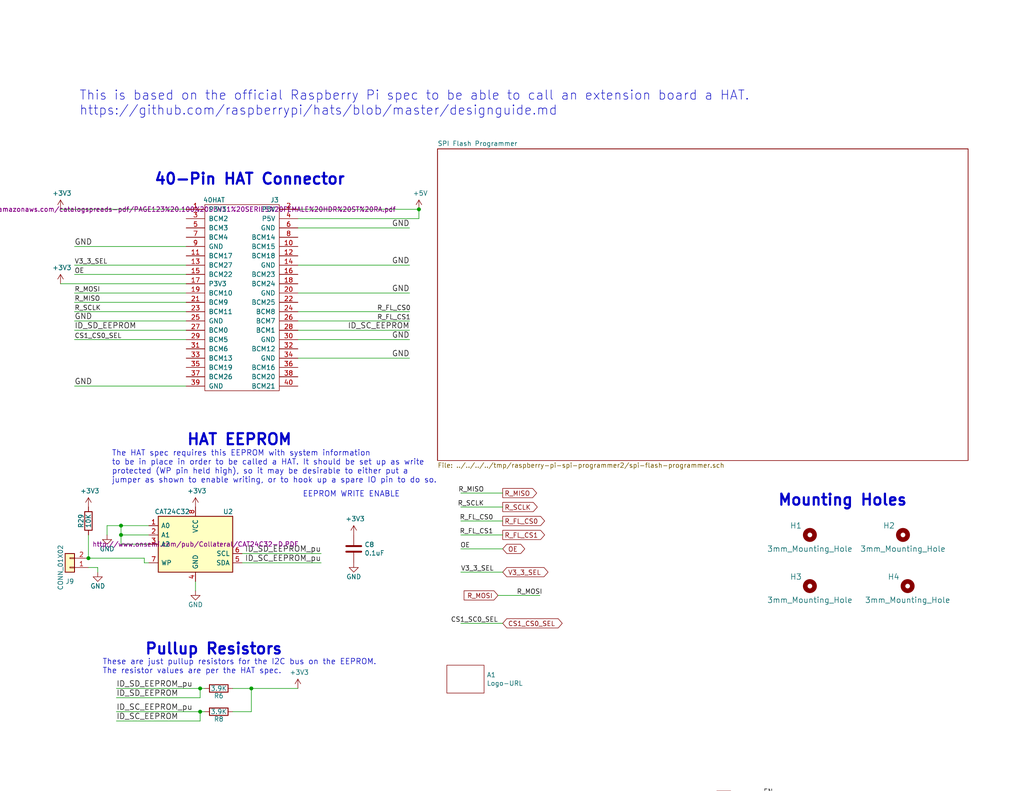
<source format=kicad_sch>
(kicad_sch (version 20230121) (generator eeschema)
  (paper "USLetter")
  (title_block (title "Raspberry Pi HAT") (date "2019-01-28") (rev "2.2"))
  (lib_symbols
    (symbol "Connector_Generic:Conn_01x02" (pin_names (offset 1.016) hide)
      (property "Reference" "J" (at 0 2.54 0))
      (property "Value" "Conn_01x02" (at 0 -5.08 0))
      (symbol "Conn_01x02_1_1"
        (rectangle (start -1.27 -2.413) (end 0 -2.667) (stroke (width 0.1524)))
        (rectangle (start -1.27 0.127) (end 0 -0.127) (stroke (width 0.1524)))
        (rectangle (start -1.27 1.27) (end 1.27 -3.81) (stroke (width 0.254)) (fill (type background)))
        (pin passive line (at -5.08 0 0) (length 3.81) (name "Pin_1") (number "1"))
        (pin passive line (at -5.08 -2.54 0) (length 3.81) (name "Pin_2") (number "2"))
      )
    )
    (symbol "Device:C" (pin_numbers hide) (pin_names (offset 0.254))
      (property "Reference" "C" (at 0.635 2.54 0))
      (property "Value" "C" (at 0.635 -2.54 0))
      (symbol "C_0_1"
        (polyline (pts (xy -2.032 -0.762) (xy 2.032 -0.762)) (stroke (width 0.508)))
        (polyline (pts (xy -2.032 0.762) (xy 2.032 0.762)) (stroke (width 0.508)))
      )
      (symbol "C_1_1"
        (pin passive line (at 0 3.81 270) (length 2.794) (name "~") (number "1"))
        (pin passive line (at 0 -3.81 90) (length 2.794) (name "~") (number "2"))
      )
    )
    (symbol "Device:R" (pin_numbers hide) (pin_names (offset 0))
      (property "Reference" "R" (at 2.032 0 90))
      (property "Value" "R" (at 0 0 90))
      (symbol "R_0_1"
        (rectangle (start -1.016 -2.54) (end 1.016 2.54) (stroke (width 0.254)))
      )
      (symbol "R_1_1"
        (pin passive line (at 0 3.81 270) (length 1.27) (name "~") (number "1"))
        (pin passive line (at 0 -3.81 90) (length 1.27) (name "~") (number "2"))
      )
    )
    (symbol "power:+5V" (power) (pin_names (offset 0))
      (property "Value" "+5V" (at 0 3.556 0))
      (symbol "+5V_0_1"
        (polyline (pts (xy -0.762 1.27) (xy 0 2.54)))
        (polyline (pts (xy 0 0) (xy 0 2.54)))
        (polyline (pts (xy 0 2.54) (xy 0.762 1.27)))
      )
      (symbol "+5V_1_1"
        (pin power_in line (at 0 0 90) (length 0) hide (name "+5V") (number "1"))
      )
    )
    (symbol "power:GND" (power) (pin_names (offset 0))
      (property "Value" "GND" (at 0 -3.81 0))
      (symbol "GND_0_1"
        (polyline (pts (xy 0 0) (xy 0 -1.27) (xy 1.27 -1.27) (xy 0 -2.54) (xy -1.27 -1.27) (xy 0 -1.27)))
      )
      (symbol "GND_1_1"
        (pin power_in line (at 0 0 270) (length 0) hide (name "GND") (number "1"))
      )
    )
    (symbol "raspberry-spi-flash2-rescue:+3.3V-power" (power) (pin_names (offset 0))
      (property "Value" "+3.3V-power" (at 0 3.556 0))
      (symbol "+3.3V-power_0_1"
        (polyline (pts (xy -0.762 1.27) (xy 0 2.54)))
        (polyline (pts (xy 0 0) (xy 0 2.54)))
        (polyline (pts (xy 0 2.54) (xy 0.762 1.27)))
      )
      (symbol "+3.3V-power_1_1"
        (pin power_in line (at 0 0 90) (length 0) hide (name "+3V3") (number "1"))
      )
    )
    (symbol "raspberry-spi-flash2-rescue:CAT24C32-raspberrypi_hat" (pin_names (offset 0.762))
      (property "Reference" "U" (at -8.89 8.89 0))
      (property "Value" "CAT24C32-raspberrypi_hat" (at 6.35 8.89 0))
      (symbol "CAT24C32-raspberrypi_hat_0_0"
        (pin power_in line (at 0 -10.16 90) (length 2.54) (name "GND") (number "4"))
        (pin power_in line (at 0 10.16 270) (length 2.54) (name "VCC") (number "8"))
      )
      (symbol "CAT24C32-raspberrypi_hat_1_1"
        (rectangle (start -10.16 -7.62) (end 10.16 7.62) (stroke (width 0.254)) (fill (type background)))
        (pin input line (at -12.7 5.08 0) (length 2.54) (name "A0") (number "1"))
        (pin input line (at -12.7 2.54 0) (length 2.54) (name "A1") (number "2"))
        (pin input line (at -12.7 0 0) (length 2.54) (name "A2") (number "3"))
        (pin bidirectional line (at 12.7 -5.08 180) (length 2.54) (name "SDA") (number "5"))
        (pin input line (at 12.7 -2.54 180) (length 2.54) (name "SCL") (number "6"))
        (pin input line (at -12.7 -5.08 0) (length 2.54) (name "WP") (number "7"))
      )
    )
    (symbol "raspberry-spi-flash2-rescue:Logo-URL-Aaron" (pin_names (offset 1.016))
      (property "Reference" "A" (at -3.81 5.08 0))
      (property "Value" "Aaron_Logo-URL" (at 0 -2.54 0))
      (symbol "Logo-URL-Aaron_0_1"
        (rectangle (start -5.08 3.81) (end 5.08 -3.81))
      )
    )
    (symbol "raspberry-spi-flash2-rescue:Mounting_Hole-Mechanical" (pin_names (offset 1.016))
      (property "Reference" "MK" (at 0 5.08 0))
      (property "Value" "Mounting_Hole-Mechanical" (at 0 3.175 0))
      (symbol "Mounting_Hole-Mechanical_0_1"
        (circle (center 0 0) (radius 1.27) (stroke (width 1.27)))
      )
    )
    (symbol "raspberry-spi-flash2-rescue:OX40HAT-raspberrypi_hat" (pin_names (offset 1.016))
      (property "Reference" "J" (at 8.89 2.54 0))
      (property "Value" "OX40HAT-raspberrypi_hat" (at -7.62 2.54 0))
      (symbol "OX40HAT-raspberrypi_hat_0_1"
        (rectangle (start -10.16 1.27) (end 10.16 -49.53))
      )
      (symbol "OX40HAT-raspberrypi_hat_1_1"
        (pin bidirectional line (at -15.24 0 0) (length 5.08) (name "P3V3") (number "1"))
        (pin bidirectional line (at 15.24 -10.16 180) (length 5.08) (name "BCM15") (number "10"))
        (pin bidirectional line (at -15.24 -12.7 0) (length 5.08) (name "BCM17") (number "11"))
        (pin bidirectional line (at 15.24 -12.7 180) (length 5.08) (name "BCM18") (number "12"))
        (pin bidirectional line (at -15.24 -15.24 0) (length 5.08) (name "BCM27") (number "13"))
        (pin bidirectional line (at 15.24 -15.24 180) (length 5.08) (name "GND") (number "14"))
        (pin bidirectional line (at -15.24 -17.78 0) (length 5.08) (name "BCM22") (number "15"))
        (pin bidirectional line (at 15.24 -17.78 180) (length 5.08) (name "BCM23") (number "16"))
        (pin bidirectional line (at -15.24 -20.32 0) (length 5.08) (name "P3V3") (number "17"))
        (pin bidirectional line (at 15.24 -20.32 180) (length 5.08) (name "BCM24") (number "18"))
        (pin bidirectional line (at -15.24 -22.86 0) (length 5.08) (name "BCM10") (number "19"))
        (pin bidirectional line (at 15.24 0 180) (length 5.08) (name "P5V") (number "2"))
        (pin bidirectional line (at 15.24 -22.86 180) (length 5.08) (name "GND") (number "20"))
        (pin bidirectional line (at -15.24 -25.4 0) (length 5.08) (name "BCM9") (number "21"))
        (pin bidirectional line (at 15.24 -25.4 180) (length 5.08) (name "BCM25") (number "22"))
        (pin bidirectional line (at -15.24 -27.94 0) (length 5.08) (name "BCM11") (number "23"))
        (pin bidirectional line (at 15.24 -27.94 180) (length 5.08) (name "BCM8") (number "24"))
        (pin bidirectional line (at -15.24 -30.48 0) (length 5.08) (name "GND") (number "25"))
        (pin bidirectional line (at 15.24 -30.48 180) (length 5.08) (name "BCM7") (number "26"))
        (pin bidirectional line (at -15.24 -33.02 0) (length 5.08) (name "BCM0") (number "27"))
        (pin bidirectional line (at 15.24 -33.02 180) (length 5.08) (name "BCM1") (number "28"))
        (pin bidirectional line (at -15.24 -35.56 0) (length 5.08) (name "BCM5") (number "29"))
        (pin bidirectional line (at -15.24 -2.54 0) (length 5.08) (name "BCM2") (number "3"))
        (pin bidirectional line (at 15.24 -35.56 180) (length 5.08) (name "GND") (number "30"))
        (pin bidirectional line (at -15.24 -38.1 0) (length 5.08) (name "BCM6") (number "31"))
        (pin bidirectional line (at 15.24 -38.1 180) (length 5.08) (name "BCM12") (number "32"))
        (pin bidirectional line (at -15.24 -40.64 0) (length 5.08) (name "BCM13") (number "33"))
        (pin bidirectional line (at 15.24 -40.64 180) (length 5.08) (name "GND") (number "34"))
        (pin bidirectional line (at -15.24 -43.18 0) (length 5.08) (name "BCM19") (number "35"))
        (pin bidirectional line (at 15.24 -43.18 180) (length 5.08) (name "BCM16") (number "36"))
        (pin bidirectional line (at -15.24 -45.72 0) (length 5.08) (name "BCM26") (number "37"))
        (pin bidirectional line (at 15.24 -45.72 180) (length 5.08) (name "BCM20") (number "38"))
        (pin bidirectional line (at -15.24 -48.26 0) (length 5.08) (name "GND") (number "39"))
        (pin bidirectional line (at 15.24 -2.54 180) (length 5.08) (name "P5V") (number "4"))
        (pin bidirectional line (at 15.24 -48.26 180) (length 5.08) (name "BCM21") (number "40"))
        (pin bidirectional line (at -15.24 -5.08 0) (length 5.08) (name "BCM3") (number "5"))
        (pin bidirectional line (at 15.24 -5.08 180) (length 5.08) (name "GND") (number "6"))
        (pin bidirectional line (at -15.24 -7.62 0) (length 5.08) (name "BCM4") (number "7"))
        (pin bidirectional line (at 15.24 -7.62 180) (length 5.08) (name "BCM14") (number "8"))
        (pin bidirectional line (at -15.24 -10.16 0) (length 5.08) (name "GND") (number "9"))
      )
    )
  )
  (junction (at 33.02 146.05))
  (junction (at 68.58 187.96))
  (junction (at 24.13 152.4))
  (junction (at 114.3 57.15))
  (junction (at 33.02 143.51))
  (junction (at 54.61 194.31))
  (junction (at 54.61 187.96))
  (wire (pts (xy 54.61 196.85) (xy 54.61 194.31)))
  (wire (pts (xy 40.64 146.05) (xy 33.02 146.05)))
  (wire (pts (xy 68.58 187.96) (xy 81.28 187.96)))
  (wire (pts (xy 50.8 82.55) (xy 20.32 82.55)))
  (wire (pts (xy 137.16 138.43) (xy 125.73 138.43)))
  (wire (pts (xy 16.51 77.47) (xy 50.8 77.47)))
  (wire (pts (xy 50.8 92.71) (xy 20.32 92.71)))
  (wire (pts (xy 81.28 87.63) (xy 111.76 87.63)))
  (wire (pts (xy 50.8 105.41) (xy 20.32 105.41)))
  (wire (pts (xy 81.28 59.69) (xy 114.3 59.69)))
  (wire (pts (xy 137.16 170.18) (xy 125.73 170.18)))
  (wire (pts (xy 81.28 80.01) (xy 111.76 80.01)))
  (wire (pts (xy 50.8 80.01) (xy 20.32 80.01)))
  (wire (pts (xy 135.89 162.56) (xy 147.32 162.56)))
  (wire (pts (xy 33.02 143.51) (xy 40.64 143.51)))
  (wire (pts (xy 24.13 154.94) (xy 26.67 154.94)))
  (wire (pts (xy 50.8 87.63) (xy 20.32 87.63)))
  (wire (pts (xy 199.39 217.17) (xy 210.82 217.17)))
  (wire (pts (xy 29.21 143.51) (xy 33.02 143.51)))
  (wire (pts (xy 54.61 194.31) (xy 55.88 194.31)))
  (wire (pts (xy 68.58 194.31) (xy 63.5 194.31)))
  (wire (pts (xy 137.16 146.05) (xy 125.73 146.05)))
  (wire (pts (xy 63.5 187.96) (xy 68.58 187.96)))
  (wire (pts (xy 66.04 151.13) (xy 87.63 151.13)))
  (wire (pts (xy 29.21 146.05) (xy 29.21 143.51)))
  (wire (pts (xy 81.28 57.15) (xy 114.3 57.15)))
  (wire (pts (xy 54.61 187.96) (xy 55.88 187.96)))
  (wire (pts (xy 114.3 59.69) (xy 114.3 57.15)))
  (wire (pts (xy 81.28 90.17) (xy 111.76 90.17)))
  (wire (pts (xy 81.28 92.71) (xy 111.76 92.71)))
  (wire (pts (xy 125.73 156.21) (xy 137.16 156.21)))
  (wire (pts (xy 137.16 134.62) (xy 125.73 134.62)))
  (wire (pts (xy 31.75 194.31) (xy 54.61 194.31)))
  (wire (pts (xy 54.61 190.5) (xy 31.75 190.5)))
  (wire (pts (xy 53.34 158.75) (xy 53.34 161.29)))
  (wire (pts (xy 137.16 149.86) (xy 125.73 149.86)))
  (wire (pts (xy 81.28 62.23) (xy 111.76 62.23)))
  (wire (pts (xy 81.28 85.09) (xy 111.76 85.09)))
  (wire (pts (xy 50.8 72.39) (xy 20.32 72.39)))
  (wire (pts (xy 31.75 187.96) (xy 54.61 187.96)))
  (wire (pts (xy 50.8 90.17) (xy 20.32 90.17)))
  (wire (pts (xy 54.61 196.85) (xy 31.75 196.85)))
  (wire (pts (xy 33.02 148.59) (xy 40.64 148.59)))
  (wire (pts (xy 50.8 74.93) (xy 20.32 74.93)))
  (wire (pts (xy 68.58 194.31) (xy 68.58 187.96)))
  (wire (pts (xy 39.37 153.67) (xy 40.64 153.67)))
  (wire (pts (xy 50.8 67.31) (xy 20.32 67.31)))
  (wire (pts (xy 39.37 152.4) (xy 39.37 153.67)))
  (wire (pts (xy 24.13 152.4) (xy 39.37 152.4)))
  (wire (pts (xy 26.67 156.21) (xy 26.67 154.94)))
  (wire (pts (xy 137.16 142.24) (xy 125.73 142.24)))
  (wire (pts (xy 24.13 146.05) (xy 24.13 152.4)))
  (wire (pts (xy 33.02 143.51) (xy 33.02 146.05)))
  (wire (pts (xy 81.28 72.39) (xy 111.76 72.39)))
  (wire (pts (xy 81.28 97.79) (xy 111.76 97.79)))
  (wire (pts (xy 87.63 153.67) (xy 66.04 153.67)))
  (wire (pts (xy 33.02 146.05) (xy 33.02 148.59)))
  (wire (pts (xy 50.8 85.09) (xy 20.32 85.09)))
  (wire (pts (xy 54.61 190.5) (xy 54.61 187.96)))
  (wire (pts (xy 16.51 57.15) (xy 50.8 57.15)))
  (text "Pullup Resistors" (at 39.37 179.07 0) (effects (font (size 2.9972 2.9972) (thickness 0.5994) bold) (justify left bottom)))
  (text "40-Pin HAT Connector" (at 41.91 50.8 0) (effects (font (size 2.9972 2.9972) (thickness 0.5994) bold) (justify left bottom)))
  (text "HAT EEPROM" (at 50.8 121.92 0) (effects (font (size 2.9972 2.9972) (thickness 0.5994) bold) (justify left bottom)))
  (text "These are just pullup resistors for the I2C bus on the EEPROM.\nThe resistor values are per the HAT spec." (at 27.94 184.15 0) (effects (font (size 1.524 1.524)) (justify left bottom)))
  (text "This is based on the official Raspberry Pi spec to be able to call an extension board a HAT.\nhttps://github.com/raspberrypi/hats/blob/master/designguide.md" (at 21.59 31.75 0) (effects (font (size 2.54 2.54)) (justify left bottom)))
  (text "Mounting Holes" (at 212.09 138.43 0) (effects (font (size 2.9972 2.9972) (thickness 0.5994) bold) (justify left bottom)))
  (text "The HAT spec requires this EEPROM with system information\nto be in place in order to be called a HAT. It should be set up as write\nprotected (WP pin held high), so it may be desirable to either put a \njumper as shown to enable writing, or to hook up a spare IO pin to do so." (at 30.48 132.08 0) (effects (font (size 1.524 1.524)) (justify left bottom)))
  (text "EEPROM WRITE ENABLE" (at 82.55 135.89 0) (effects (font (size 1.524 1.524)) (justify left bottom)))
  (label "R_SCLK" (at 132.08 138.43 180))
  (label "R_MISO" (at 20.32 82.55 0))
  (label "GND" (at 20.32 105.41 0) (effects (font (size 1.524 1.524))))
  (label "R_FL_CS0" (at 134.62 142.24 180))
  (label "V3_3_SEL" (at 20.32 72.39 0))
  (label "CS1_SC0_SEL" (at 135.89 170.18 180))
  (label "ID_SD_EEPROM_pu" (at 31.75 187.96 0) (effects (font (size 1.524 1.524))))
  (label "ID_SD_EEPROM" (at 31.75 190.5 0) (effects (font (size 1.524 1.524))))
  (label "R_MOSI" (at 140.97 162.56 0))
  (label "EN" (at 208.28 217.17 0))
  (label "ID_SC_EEPROM" (at 111.76 90.17 180) (effects (font (size 1.524 1.524))))
  (label "GND" (at 111.76 80.01 180) (effects (font (size 1.524 1.524))))
  (label "ID_SD_EEPROM" (at 20.32 90.17 0) (effects (font (size 1.524 1.524))))
  (label "GND" (at 20.32 87.63 0) (effects (font (size 1.524 1.524))))
  (label "GND" (at 111.76 92.71 180) (effects (font (size 1.524 1.524))))
  (label "CS1_CS0_SEL" (at 20.32 92.71 0))
  (label "R_FL_CS1" (at 102.87 87.63 0))
  (label "GND" (at 20.32 67.31 0) (effects (font (size 1.524 1.524))))
  (label "ID_SC_EEPROM_pu" (at 31.75 194.31 0) (effects (font (size 1.524 1.524))))
  (label "R_FL_CS1" (at 134.62 146.05 180))
  (label "ID_SC_EEPROM" (at 31.75 196.85 0) (effects (font (size 1.524 1.524))))
  (label "R_FL_CS0" (at 102.87 85.09 0))
  (label "R_SCLK" (at 20.32 85.09 0))
  (label "R_MISO" (at 132.08 134.62 180))
  (label "ID_SC_EEPROM_pu" (at 87.63 153.67 180) (effects (font (size 1.524 1.524))))
  (label "OE" (at 20.32 74.93 0))
  (label "ID_SD_EEPROM_pu" (at 87.63 151.13 180) (effects (font (size 1.524 1.524))))
  (label "OE" (at 128.27 149.86 180))
  (label "GND" (at 111.76 62.23 180) (effects (font (size 1.524 1.524))))
  (label "GND" (at 111.76 97.79 180) (effects (font (size 1.524 1.524))))
  (label "R_MOSI" (at 20.32 80.01 0))
  (label "V3_3_SEL" (at 125.73 156.21 0))
  (label "GND" (at 111.76 72.39 180) (effects (font (size 1.524 1.524))))
  (global_label "EN" (shape output) (at 199.39 217.17 180) (property "Intersheetrefs" "${INTERSHEET_REFS}" (effects hide)))
  (global_label "V3_3_SEL" (shape bidirectional) (at 137.16 156.21 0) (property "Intersheetrefs" "${INTERSHEET_REFS}" (effects hide)))
  (global_label "CS1_CS0_SEL" (shape bidirectional) (at 137.16 170.18 0) (property "Intersheetrefs" "${INTERSHEET_REFS}" (effects hide)))
  (global_label "R_MISO" (shape output) (at 137.16 134.62 0) (property "Intersheetrefs" "${INTERSHEET_REFS}" (effects hide)))
  (global_label "R_SCLK" (shape output) (at 137.16 138.43 0) (property "Intersheetrefs" "${INTERSHEET_REFS}" (effects hide)))
  (global_label "OE" (shape bidirectional) (at 137.16 149.86 0) (property "Intersheetrefs" "${INTERSHEET_REFS}" (effects hide)))
  (global_label "R_FL_CS0" (shape output) (at 137.16 142.24 0) (property "Intersheetrefs" "${INTERSHEET_REFS}" (effects hide)))
  (global_label "R_MOSI" (shape input) (at 135.89 162.56 180) (property "Intersheetrefs" "${INTERSHEET_REFS}" (effects hide)))
  (global_label "R_FL_CS1" (shape output) (at 137.16 146.05 0) (property "Intersheetrefs" "${INTERSHEET_REFS}" (effects hide)))
  (symbol (lib_id "raspberry-spi-flash2-rescue:Mounting_Hole-Mechanical") (at 220.98 146.05 0) (unit 1)
    (property "Reference" "H1" (at 217.17 143.51 0) (effects (font (size 1.524 1.524))))
    (property "Value" "3mm_Mounting_Hole" (at 220.98 149.86 0) (effects (font (size 1.524 1.524))))
    (property "Footprint" "project_footprints:NPTH_3mm_ID" (effects hide))
  )
  (symbol (lib_id "raspberry-spi-flash2-rescue:Mounting_Hole-Mechanical") (at 246.38 146.05 0) (unit 1)
    (property "Reference" "H2" (at 242.57 143.51 0) (effects (font (size 1.524 1.524))))
    (property "Value" "3mm_Mounting_Hole" (at 246.38 149.86 0) (effects (font (size 1.524 1.524))))
    (property "Footprint" "project_footprints:NPTH_3mm_ID" (effects hide))
  )
  (symbol (lib_id "raspberry-spi-flash2-rescue:Mounting_Hole-Mechanical") (at 220.98 160.02 0) (unit 1)
    (property "Reference" "H3" (at 217.17 157.48 0) (effects (font (size 1.524 1.524))))
    (property "Value" "3mm_Mounting_Hole" (at 220.98 163.83 0) (effects (font (size 1.524 1.524))))
    (property "Footprint" "project_footprints:NPTH_3mm_ID" (effects hide))
  )
  (symbol (lib_id "raspberry-spi-flash2-rescue:Mounting_Hole-Mechanical") (at 247.65 160.02 0) (unit 1)
    (property "Reference" "H4" (at 243.84 157.48 0) (effects (font (size 1.524 1.524))))
    (property "Value" "3mm_Mounting_Hole" (at 247.65 163.83 0) (effects (font (size 1.524 1.524))))
    (property "Footprint" "project_footprints:NPTH_3mm_ID" (effects hide))
  )
  (symbol (lib_id "raspberry-spi-flash2-rescue:OX40HAT-raspberrypi_hat") (at 66.04 57.15 0) (unit 1)
    (property "Reference" "J3" (at 74.93 54.61 0))
    (property "Value" "40HAT" (at 58.42 54.61 0))
    (property "Footprint" "Connector_PinSocket_2.54mm:PinSocket_2x20_P2.54mm_Vertical" (effects hide))
    (property "Datasheet" "https://s3.amazonaws.com/catalogspreads-pdf/PAGE123%20.100%20SFH11%20SERIES%20FEMALE%20HDR%20ST%20RA.pdf" (at 48.26 57.15 0))
    (property "MFR" "Sullins Connector Solutions" (effects hide))
    (property "MPN" "SFH11-PBPC-D20-ST-BK" (effects hide))
    (property "SPR" "Digikey" (effects hide))
    (property "SPN" "S9200-ND" (effects hide))
    (property "SPURL" "https://www.digikey.com/product-detail/en/sullins-connector-solutions/SFH11-PBPC-D20-ST-BK/S9200-ND/1990093" (effects hide))
  )
  (symbol (lib_id "raspberry-spi-flash2-rescue:CAT24C32-raspberrypi_hat") (at 53.34 148.59 0) (unit 1)
    (property "Reference" "U2" (at 62.23 139.7 0))
    (property "Value" "CAT24C32" (at 46.99 139.7 0))
    (property "Footprint" "Package_SO:SOIC-8_3.9x4.9mm_P1.27mm" (effects hide))
    (property "Datasheet" "http://www.onsemi.com/pub/Collateral/CAT24C32-D.PDF" (at 53.34 148.59 0))
    (property "MFR" "ON Semiconductor" (effects hide))
    (property "MPN" "CAT24C32WI-GT3" (effects hide))
    (property "SPR" "Digikey" (effects hide))
    (property "SPN" "CAT24C32WI-GT3CT-ND" (effects hide))
    (property "SPURL" "https://www.digikey.com/product-detail/en/on-semiconductor/CAT24C32WI-GT3/CAT24C32WI-GT3CT-ND/1631159" (effects hide))
  )
  (symbol (lib_id "Device:R") (at 59.69 187.96 270) (unit 1)
    (property "Reference" "R6" (at 59.69 189.992 90))
    (property "Value" "3.9K" (at 59.69 187.96 90))
    (property "Footprint" "Resistor_SMD:R_0603_1608Metric" (effects hide))
    (property "Datasheet" "http://www.yageo.com/documents/recent/PYu-RC_Group_51_RoHS_L_10.pdf" (effects hide))
    (property "MFR" "Yageo" (effects hide))
    (property "MPN" "RC0603FR-073K9L" (effects hide))
    (property "SPR" "Digikey" (effects hide))
    (property "SPN" "311-3.90KHRCT-ND" (effects hide))
    (property "SPURL" "https://www.digikey.com/product-detail/en/yageo/RC0603FR-073K9L/311-3.90KHRCT-ND/730083" (effects hide))
  )
  (symbol (lib_id "Device:R") (at 59.69 194.31 270) (unit 1)
    (property "Reference" "R8" (at 59.69 196.342 90))
    (property "Value" "3.9K" (at 59.69 194.31 90))
    (property "Footprint" "Resistor_SMD:R_0603_1608Metric" (effects hide))
  )
  (symbol (lib_id "Connector_Generic:Conn_01x02") (at 19.05 154.94 180) (unit 1)
    (property "Reference" "J9" (at 19.05 158.75 0))
    (property "Value" "CONN_01X02" (at 16.51 154.94 90))
    (property "Footprint" "Connector_PinHeader_2.54mm:PinHeader_1x02_P2.54mm_Vertical" (effects hide))
  )
  (symbol (lib_id "Device:R") (at 24.13 142.24 180) (unit 1)
    (property "Reference" "R29" (at 22.098 142.24 90))
    (property "Value" "10K" (at 24.13 142.24 90))
    (property "Footprint" "Resistor_SMD:R_0603_1608Metric" (effects hide))
  )
  (symbol (lib_id "power:GND") (at 29.21 146.05 0) (unit 1)
    (property "Reference" "#PWR03" (effects hide))
    (property "Value" "GND" (at 29.21 149.86 0))
  )
  (symbol (lib_id "power:GND") (at 26.67 156.21 0) (unit 1)
    (property "Reference" "#PWR04" (effects hide))
    (property "Value" "GND" (at 26.67 160.02 0))
  )
  (symbol (lib_id "power:GND") (at 53.34 161.29 0) (unit 1)
    (property "Reference" "#PWR05" (effects hide))
    (property "Value" "GND" (at 53.34 165.1 0))
  )
  (symbol (lib_id "Device:C") (at 96.52 149.86 0) (unit 1)
    (property "Reference" "C8" (at 99.441 148.6916 0) (effects (justify left)))
    (property "Value" "0.1uF" (at 99.441 151.003 0) (effects (justify left)))
    (property "Footprint" "Capacitor_SMD:C_0603_1608Metric" (effects hide))
  )
  (symbol (lib_id "raspberry-spi-flash2-rescue:+3.3V-power") (at 96.52 146.05 0) (unit 1)
    (property "Reference" "#PWR0135" (effects hide))
    (property "Value" "+3.3V" (at 96.901 141.6558 0))
  )
  (symbol (lib_id "power:GND") (at 96.52 153.67 0) (unit 1)
    (property "Reference" "#PWR0136" (effects hide))
    (property "Value" "GND" (at 96.52 157.48 0))
  )
  (symbol (lib_id "raspberry-spi-flash2-rescue:Logo-URL-Aaron") (at 127 185.42 0) (unit 1)
    (property "Reference" "A1" (at 132.7912 184.2516 0) (effects (justify left)))
    (property "Value" "Logo-URL" (at 132.7912 186.563 0) (effects (justify left)))
    (property "Footprint" "Aaron:LOGO-raspberry-pi-spi-programmer2" (effects hide))
  )
  (symbol (lib_id "raspberry-spi-flash2-rescue:+3.3V-power") (at 16.51 77.47 0) (unit 1)
    (property "Reference" "#PWR0129" (effects hide))
    (property "Value" "+3.3V" (at 16.891 73.0758 0))
  )
  (symbol (lib_id "raspberry-spi-flash2-rescue:+3.3V-power") (at 16.51 57.15 0) (unit 1)
    (property "Reference" "#PWR0130" (effects hide))
    (property "Value" "+3.3V" (at 16.891 52.7558 0))
  )
  (symbol (lib_id "power:+5V") (at 114.3 57.15 0) (unit 1)
    (property "Reference" "#PWR0131" (effects hide))
    (property "Value" "+5V" (at 114.681 52.7558 0))
  )
  (symbol (lib_id "raspberry-spi-flash2-rescue:+3.3V-power") (at 24.13 138.43 0) (unit 1)
    (property "Reference" "#PWR0132" (effects hide))
    (property "Value" "+3.3V" (at 24.511 134.0358 0))
  )
  (symbol (lib_id "raspberry-spi-flash2-rescue:+3.3V-power") (at 53.34 138.43 0) (unit 1)
    (property "Reference" "#PWR0133" (effects hide))
    (property "Value" "+3.3V" (at 53.721 134.0358 0))
  )
  (symbol (lib_id "raspberry-spi-flash2-rescue:+3.3V-power") (at 81.28 187.96 0) (unit 1)
    (property "Reference" "#PWR0134" (effects hide))
    (property "Value" "+3.3V" (at 81.661 183.5658 0))
  )
  (sheet (at 119.38 40.64) (size 144.78 85.09)
    (property "Sheetname" "SPI Flash Programmer" (at 119.38 39.9284 0) (effects (justify left bottom)))
    (property "Sheetfile" "../../../../tmp/raspberry-pi-spi-programmer2/spi-flash-programmer.sch" (at 119.38 126.3146 0) (effects (justify left top)))
  )
)
</source>
